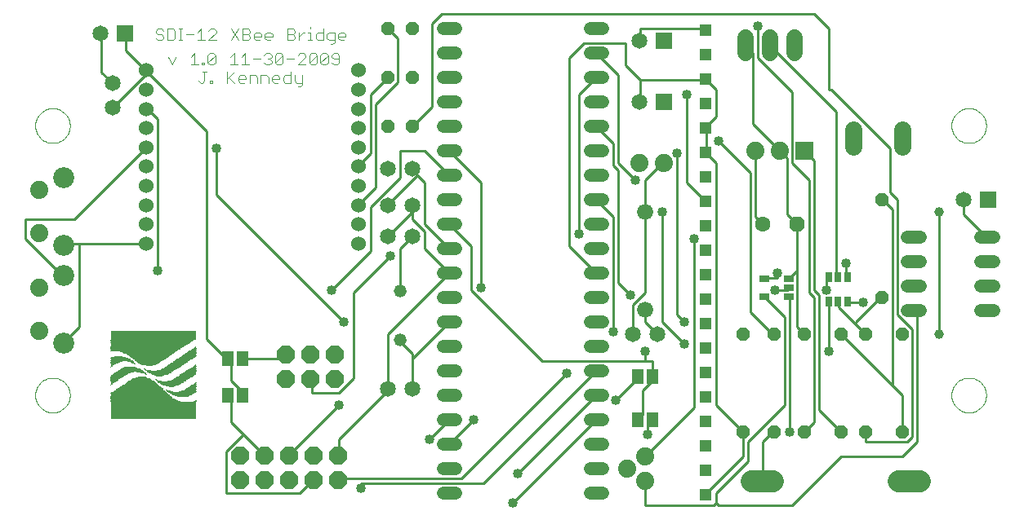
<source format=gtl>
G75*
G70*
%OFA0B0*%
%FSLAX24Y24*%
%IPPOS*%
%LPD*%
%AMOC8*
5,1,8,0,0,1.08239X$1,22.5*
%
%ADD10R,0.3496X0.0024*%
%ADD11R,0.2882X0.0024*%
%ADD12R,0.0213X0.0024*%
%ADD13R,0.2835X0.0024*%
%ADD14R,0.0118X0.0024*%
%ADD15R,0.2764X0.0024*%
%ADD16R,0.0047X0.0024*%
%ADD17R,0.2717X0.0024*%
%ADD18R,0.2669X0.0024*%
%ADD19R,0.2622X0.0024*%
%ADD20R,0.2575X0.0024*%
%ADD21R,0.2528X0.0024*%
%ADD22R,0.2504X0.0024*%
%ADD23R,0.2480X0.0024*%
%ADD24R,0.0354X0.0024*%
%ADD25R,0.2457X0.0024*%
%ADD26R,0.0496X0.0024*%
%ADD27R,0.2433X0.0024*%
%ADD28R,0.0614X0.0024*%
%ADD29R,0.2409X0.0024*%
%ADD30R,0.0732X0.0024*%
%ADD31R,0.2362X0.0024*%
%ADD32R,0.0803X0.0024*%
%ADD33R,0.2339X0.0024*%
%ADD34R,0.0898X0.0024*%
%ADD35R,0.2315X0.0024*%
%ADD36R,0.0992X0.0024*%
%ADD37R,0.2268X0.0024*%
%ADD38R,0.1039X0.0024*%
%ADD39R,0.2197X0.0024*%
%ADD40R,0.1110X0.0024*%
%ADD41R,0.2150X0.0024*%
%ADD42R,0.0236X0.0024*%
%ADD43R,0.0709X0.0024*%
%ADD44R,0.2079X0.0024*%
%ADD45R,0.0165X0.0024*%
%ADD46R,0.2031X0.0024*%
%ADD47R,0.0142X0.0024*%
%ADD48R,0.0543X0.0024*%
%ADD49R,0.1961X0.0024*%
%ADD50R,0.0071X0.0024*%
%ADD51R,0.1913X0.0024*%
%ADD52R,0.0449X0.0024*%
%ADD53R,0.1843X0.0024*%
%ADD54R,0.0402X0.0024*%
%ADD55R,0.1795X0.0024*%
%ADD56R,0.1701X0.0024*%
%ADD57R,0.0331X0.0024*%
%ADD58R,0.1654X0.0024*%
%ADD59R,0.0283X0.0024*%
%ADD60R,0.1583X0.0024*%
%ADD61R,0.1535X0.0024*%
%ADD62R,0.0425X0.0024*%
%ADD63R,0.1465X0.0024*%
%ADD64R,0.0591X0.0024*%
%ADD65R,0.0024X0.0024*%
%ADD66R,0.1417X0.0024*%
%ADD67R,0.0685X0.0024*%
%ADD68R,0.1346X0.0024*%
%ADD69R,0.0780X0.0024*%
%ADD70R,0.0094X0.0024*%
%ADD71R,0.1299X0.0024*%
%ADD72R,0.0874X0.0024*%
%ADD73R,0.1228X0.0024*%
%ADD74R,0.0945X0.0024*%
%ADD75R,0.1181X0.0024*%
%ADD76R,0.1087X0.0024*%
%ADD77R,0.0189X0.0024*%
%ADD78R,0.0969X0.0024*%
%ADD79R,0.0638X0.0024*%
%ADD80R,0.0307X0.0024*%
%ADD81R,0.0567X0.0024*%
%ADD82R,0.0378X0.0024*%
%ADD83R,0.0472X0.0024*%
%ADD84R,0.0520X0.0024*%
%ADD85R,0.0661X0.0024*%
%ADD86R,0.0756X0.0024*%
%ADD87R,0.0850X0.0024*%
%ADD88R,0.1016X0.0024*%
%ADD89R,0.1063X0.0024*%
%ADD90R,0.0921X0.0024*%
%ADD91R,0.0260X0.0024*%
%ADD92R,0.1134X0.0024*%
%ADD93R,0.0827X0.0024*%
%ADD94R,0.1205X0.0024*%
%ADD95R,0.1252X0.0024*%
%ADD96R,0.1323X0.0024*%
%ADD97R,0.1394X0.0024*%
%ADD98R,0.1512X0.0024*%
%ADD99R,0.1724X0.0024*%
%ADD100R,0.1866X0.0024*%
%ADD101R,0.2055X0.0024*%
%ADD102R,0.2244X0.0024*%
%ADD103R,0.2787X0.0024*%
%ADD104R,0.2858X0.0024*%
%ADD105R,0.2906X0.0024*%
%ADD106R,0.2953X0.0024*%
%ADD107R,0.2976X0.0024*%
%ADD108R,0.3024X0.0024*%
%ADD109R,0.3071X0.0024*%
%ADD110R,0.3094X0.0024*%
%ADD111R,0.3142X0.0024*%
%ADD112R,0.3165X0.0024*%
%ADD113R,0.3213X0.0024*%
%ADD114R,0.3236X0.0024*%
%ADD115R,0.3283X0.0024*%
%ADD116R,0.3307X0.0024*%
%ADD117R,0.3354X0.0024*%
%ADD118R,0.3378X0.0024*%
%ADD119R,0.3425X0.0024*%
%ADD120R,0.3472X0.0024*%
%ADD121C,0.0040*%
%ADD122C,0.0600*%
%ADD123C,0.0520*%
%ADD124C,0.0660*%
%ADD125C,0.0650*%
%ADD126R,0.0650X0.0650*%
%ADD127C,0.0520*%
%ADD128OC8,0.0740*%
%ADD129OC8,0.0520*%
%ADD130C,0.0860*%
%ADD131C,0.0740*%
%ADD132R,0.0272X0.0390*%
%ADD133C,0.0660*%
%ADD134R,0.0390X0.0272*%
%ADD135OC8,0.0630*%
%ADD136C,0.0630*%
%ADD137R,0.0460X0.0630*%
%ADD138C,0.0700*%
%ADD139R,0.0515X0.0515*%
%ADD140C,0.0885*%
%ADD141C,0.0000*%
%ADD142R,0.0740X0.0740*%
%ADD143C,0.0100*%
%ADD144C,0.0400*%
%ADD145C,0.0396*%
D10*
X006069Y004550D03*
X006069Y004574D03*
X006069Y004597D03*
X006069Y004621D03*
X006069Y004644D03*
X006069Y004668D03*
X006069Y004692D03*
X006069Y004715D03*
X006069Y004739D03*
X006069Y004763D03*
X006069Y004786D03*
X006069Y004810D03*
X006069Y004833D03*
X006069Y004857D03*
X006069Y004881D03*
X006069Y004904D03*
X006069Y004928D03*
X006069Y004951D03*
X006069Y004975D03*
X006069Y004999D03*
X006069Y005022D03*
X006069Y005046D03*
X006069Y005070D03*
X006069Y005093D03*
X006069Y005117D03*
X006069Y005140D03*
X006069Y005164D03*
X006069Y005188D03*
X006069Y005211D03*
X006069Y007833D03*
X006069Y007857D03*
X006069Y007881D03*
X006069Y007904D03*
X006069Y007928D03*
X006069Y007951D03*
X006069Y007975D03*
X006069Y007999D03*
X006069Y008022D03*
X006069Y008046D03*
X006069Y008070D03*
X006069Y008093D03*
X006069Y008117D03*
X006069Y008140D03*
D11*
X005761Y005235D03*
D12*
X006813Y005873D03*
X007710Y005920D03*
X007710Y005235D03*
X005631Y006440D03*
X005135Y006676D03*
X004427Y006794D03*
X004427Y006062D03*
X007710Y006629D03*
X007710Y007361D03*
D13*
X005738Y007408D03*
X005738Y005259D03*
D14*
X005702Y006416D03*
X005254Y006841D03*
X007757Y006700D03*
X007757Y007432D03*
X007757Y005967D03*
X007757Y005259D03*
D15*
X005702Y005282D03*
X005702Y007361D03*
D16*
X005313Y006794D03*
X005714Y006581D03*
X005761Y006369D03*
X006163Y006156D03*
X007793Y006014D03*
X007793Y005282D03*
D17*
X005679Y005306D03*
X005679Y007337D03*
D18*
X005655Y005329D03*
D19*
X005631Y005353D03*
D20*
X005608Y005377D03*
D21*
X005584Y005400D03*
D22*
X005572Y005424D03*
D23*
X005561Y005448D03*
D24*
X007238Y005448D03*
X007639Y005802D03*
D25*
X005549Y005471D03*
D26*
X005561Y006227D03*
X005891Y006747D03*
X004569Y006889D03*
X007261Y005471D03*
X007569Y005731D03*
X007569Y006440D03*
X007569Y007172D03*
D27*
X005537Y005495D03*
D28*
X005572Y006203D03*
X005880Y006770D03*
X006612Y006534D03*
X007509Y005684D03*
X007250Y005495D03*
X004840Y006440D03*
X004651Y007054D03*
D29*
X005525Y005518D03*
D30*
X007238Y005518D03*
D31*
X005502Y005542D03*
D32*
X005572Y006156D03*
X005124Y006581D03*
X004722Y006983D03*
X005880Y006818D03*
X007226Y005542D03*
D33*
X005490Y005566D03*
X005844Y007314D03*
D34*
X005880Y006841D03*
X005572Y006133D03*
X007226Y005566D03*
D35*
X005478Y005589D03*
D36*
X007226Y005589D03*
D37*
X005478Y005613D03*
D38*
X005572Y006085D03*
X006777Y006038D03*
X007226Y005613D03*
D39*
X005490Y005637D03*
D40*
X005584Y006062D03*
X007238Y005637D03*
D41*
X005490Y005660D03*
X005868Y007266D03*
D42*
X005147Y006889D03*
X004439Y006818D03*
X004439Y006085D03*
X006305Y006298D03*
X006754Y005660D03*
X007698Y005873D03*
X007698Y005896D03*
X007698Y006605D03*
D43*
X007013Y006085D03*
X007462Y005660D03*
X005880Y006794D03*
X005572Y006180D03*
X004911Y006463D03*
X004675Y007030D03*
D44*
X005502Y005684D03*
D45*
X004403Y006038D03*
X004403Y006770D03*
X005206Y006865D03*
X006718Y005684D03*
X007734Y005944D03*
X007734Y006652D03*
D46*
X005502Y005707D03*
D47*
X004391Y006014D03*
X004391Y006747D03*
X006659Y005707D03*
X007746Y006676D03*
X007746Y007408D03*
D48*
X007545Y007148D03*
X007545Y006416D03*
X007545Y005707D03*
X004663Y006345D03*
X004592Y006298D03*
D49*
X005513Y005731D03*
X005891Y007219D03*
D50*
X005750Y006558D03*
X005726Y006392D03*
X006198Y006133D03*
X006600Y005731D03*
X007781Y006723D03*
X007781Y007455D03*
X005277Y006818D03*
X004356Y006700D03*
X004356Y005967D03*
D51*
X005513Y005755D03*
D52*
X004545Y006227D03*
X007592Y006487D03*
X007592Y007219D03*
X007592Y005755D03*
D53*
X005525Y005778D03*
D54*
X004521Y006203D03*
X007616Y006511D03*
X007616Y005778D03*
X007616Y007243D03*
D55*
X005903Y007172D03*
X005525Y005802D03*
D56*
X005525Y005826D03*
D57*
X004486Y006156D03*
X004651Y007101D03*
X007651Y007290D03*
X007651Y006558D03*
X007651Y005826D03*
D58*
X005525Y005849D03*
X005903Y007125D03*
D59*
X004462Y006109D03*
X007675Y005849D03*
X007675Y006581D03*
D60*
X005891Y007101D03*
X005537Y005873D03*
D61*
X005537Y005896D03*
D62*
X006305Y006322D03*
X006777Y005896D03*
D63*
X005549Y005920D03*
X005903Y007054D03*
D64*
X006671Y006558D03*
X006836Y006652D03*
X006907Y006700D03*
X006931Y006723D03*
X007285Y006959D03*
X007356Y007007D03*
X007427Y007054D03*
X007474Y007077D03*
X007521Y007101D03*
X007521Y006392D03*
X007498Y006369D03*
X007450Y006345D03*
X007427Y006322D03*
X007191Y006180D03*
X007120Y006133D03*
X006765Y005920D03*
X004781Y006416D03*
D65*
X004332Y006676D03*
X004332Y005944D03*
X007805Y006747D03*
X007805Y007479D03*
D66*
X005549Y005944D03*
D67*
X006553Y006511D03*
X006765Y005944D03*
X005112Y006605D03*
D68*
X005561Y005967D03*
D69*
X006765Y005967D03*
D70*
X006234Y006109D03*
X005785Y006534D03*
X004368Y006723D03*
X004368Y005991D03*
X007769Y005991D03*
D71*
X005561Y005991D03*
D72*
X005135Y006558D03*
X004757Y006936D03*
X006765Y005991D03*
D73*
X005572Y006014D03*
D74*
X006328Y006440D03*
X005880Y006865D03*
X006777Y006014D03*
D75*
X005572Y006038D03*
D76*
X006328Y006487D03*
X005880Y006912D03*
X006777Y006062D03*
D77*
X006305Y006085D03*
X005856Y006511D03*
X007722Y007385D03*
D78*
X005584Y006109D03*
D79*
X007072Y006109D03*
D80*
X005608Y006251D03*
X005537Y006463D03*
X004474Y006133D03*
X004474Y006841D03*
X007663Y007314D03*
D81*
X007533Y007125D03*
X007391Y007030D03*
X007320Y006983D03*
X007250Y006936D03*
X007226Y006912D03*
X007179Y006889D03*
X007155Y006865D03*
X007108Y006841D03*
X007084Y006818D03*
X007037Y006794D03*
X007013Y006770D03*
X006966Y006747D03*
X006872Y006676D03*
X006801Y006629D03*
X006754Y006605D03*
X006706Y006581D03*
X006328Y006345D03*
X007155Y006156D03*
X007226Y006203D03*
X007273Y006227D03*
X007320Y006251D03*
X007368Y006274D03*
X007391Y006298D03*
X005100Y006629D03*
X004746Y006392D03*
X004698Y006369D03*
X004628Y006322D03*
D82*
X004509Y006180D03*
X004509Y006865D03*
X007628Y006534D03*
X007628Y007266D03*
D83*
X007580Y007196D03*
X007580Y006463D03*
X005100Y006652D03*
X004651Y007077D03*
X004557Y006251D03*
D84*
X004580Y006274D03*
D85*
X006328Y006369D03*
D86*
X006328Y006392D03*
X004698Y007007D03*
D87*
X006328Y006416D03*
D88*
X006317Y006463D03*
X005868Y006889D03*
X005135Y006511D03*
D89*
X005135Y006487D03*
D90*
X005135Y006534D03*
X004781Y006912D03*
D91*
X005915Y006723D03*
X007687Y007337D03*
D92*
X005880Y006936D03*
D93*
X004734Y006959D03*
D94*
X005891Y006959D03*
D95*
X005891Y006983D03*
D96*
X005903Y007007D03*
D97*
X005891Y007030D03*
D98*
X005903Y007077D03*
D99*
X005891Y007148D03*
D100*
X005891Y007196D03*
D101*
X005868Y007243D03*
D102*
X005844Y007290D03*
D103*
X005714Y007385D03*
D104*
X005750Y007432D03*
D105*
X005773Y007455D03*
D106*
X005797Y007479D03*
D107*
X005809Y007503D03*
D108*
X005832Y007526D03*
D109*
X005856Y007550D03*
D110*
X005868Y007574D03*
D111*
X005891Y007597D03*
D112*
X005903Y007621D03*
D113*
X005927Y007644D03*
D114*
X005939Y007668D03*
D115*
X005962Y007692D03*
D116*
X005974Y007715D03*
D117*
X005998Y007739D03*
D118*
X006009Y007763D03*
D119*
X006033Y007786D03*
D120*
X006057Y007810D03*
D121*
X011988Y018151D02*
X012064Y018151D01*
X012141Y018227D01*
X012141Y018611D01*
X012141Y018304D02*
X011911Y018304D01*
X011834Y018381D01*
X011834Y018611D01*
X011681Y018611D02*
X011451Y018611D01*
X011374Y018534D01*
X011374Y018381D01*
X011451Y018304D01*
X011681Y018304D01*
X011681Y018765D01*
X011965Y019054D02*
X012272Y019361D01*
X012272Y019438D01*
X012195Y019515D01*
X012042Y019515D01*
X011965Y019438D01*
X011812Y019284D02*
X011505Y019284D01*
X011351Y019131D02*
X011275Y019054D01*
X011121Y019054D01*
X011045Y019131D01*
X011351Y019438D01*
X011351Y019131D01*
X011045Y019131D02*
X011045Y019438D01*
X011121Y019515D01*
X011275Y019515D01*
X011351Y019438D01*
X010891Y019438D02*
X010891Y019361D01*
X010814Y019284D01*
X010891Y019208D01*
X010891Y019131D01*
X010814Y019054D01*
X010661Y019054D01*
X010584Y019131D01*
X010431Y019284D02*
X010124Y019284D01*
X009970Y019054D02*
X009663Y019054D01*
X009510Y019054D02*
X009203Y019054D01*
X009357Y019054D02*
X009357Y019515D01*
X009203Y019361D01*
X009663Y019361D02*
X009817Y019515D01*
X009817Y019054D01*
X009379Y018765D02*
X009072Y018458D01*
X009149Y018534D02*
X009379Y018304D01*
X009532Y018381D02*
X009532Y018534D01*
X009609Y018611D01*
X009763Y018611D01*
X009839Y018534D01*
X009839Y018458D01*
X009532Y018458D01*
X009532Y018381D02*
X009609Y018304D01*
X009763Y018304D01*
X009993Y018304D02*
X009993Y018611D01*
X010223Y018611D01*
X010300Y018534D01*
X010300Y018304D01*
X010453Y018304D02*
X010453Y018611D01*
X010683Y018611D01*
X010760Y018534D01*
X010760Y018304D01*
X010913Y018381D02*
X010913Y018534D01*
X010990Y018611D01*
X011144Y018611D01*
X011220Y018534D01*
X011220Y018458D01*
X010913Y018458D01*
X010913Y018381D02*
X010990Y018304D01*
X011144Y018304D01*
X011965Y019054D02*
X012272Y019054D01*
X012426Y019131D02*
X012732Y019438D01*
X012732Y019131D01*
X012656Y019054D01*
X012502Y019054D01*
X012426Y019131D01*
X012426Y019438D01*
X012502Y019515D01*
X012656Y019515D01*
X012732Y019438D01*
X012886Y019438D02*
X012963Y019515D01*
X013116Y019515D01*
X013193Y019438D01*
X012886Y019131D01*
X012963Y019054D01*
X013116Y019054D01*
X013193Y019131D01*
X013193Y019438D01*
X013346Y019438D02*
X013346Y019361D01*
X013423Y019284D01*
X013653Y019284D01*
X013653Y019131D02*
X013576Y019054D01*
X013423Y019054D01*
X013346Y019131D01*
X013653Y019131D02*
X013653Y019438D01*
X013576Y019515D01*
X013423Y019515D01*
X013346Y019438D01*
X012886Y019438D02*
X012886Y019131D01*
X013307Y019901D02*
X013383Y019901D01*
X013460Y019977D01*
X013460Y020361D01*
X013230Y020361D01*
X013153Y020284D01*
X013153Y020131D01*
X013230Y020054D01*
X013460Y020054D01*
X013614Y020131D02*
X013614Y020284D01*
X013690Y020361D01*
X013844Y020361D01*
X013920Y020284D01*
X013920Y020208D01*
X013614Y020208D01*
X013614Y020131D02*
X013690Y020054D01*
X013844Y020054D01*
X013000Y020054D02*
X013000Y020515D01*
X013000Y020361D02*
X012770Y020361D01*
X012693Y020284D01*
X012693Y020131D01*
X012770Y020054D01*
X013000Y020054D01*
X012539Y020054D02*
X012386Y020054D01*
X012463Y020054D02*
X012463Y020361D01*
X012386Y020361D01*
X012232Y020361D02*
X012156Y020361D01*
X012002Y020208D01*
X012002Y020361D02*
X012002Y020054D01*
X011849Y020131D02*
X011772Y020054D01*
X011542Y020054D01*
X011542Y020515D01*
X011772Y020515D01*
X011849Y020438D01*
X011849Y020361D01*
X011772Y020284D01*
X011542Y020284D01*
X011772Y020284D02*
X011849Y020208D01*
X011849Y020131D01*
X012463Y020515D02*
X012463Y020591D01*
X010928Y020284D02*
X010928Y020208D01*
X010621Y020208D01*
X010621Y020284D02*
X010698Y020361D01*
X010851Y020361D01*
X010928Y020284D01*
X010851Y020054D02*
X010698Y020054D01*
X010621Y020131D01*
X010621Y020284D01*
X010468Y020284D02*
X010468Y020208D01*
X010161Y020208D01*
X010161Y020284D02*
X010238Y020361D01*
X010391Y020361D01*
X010468Y020284D01*
X010391Y020054D02*
X010238Y020054D01*
X010161Y020131D01*
X010161Y020284D01*
X010007Y020208D02*
X010007Y020131D01*
X009931Y020054D01*
X009701Y020054D01*
X009701Y020515D01*
X009931Y020515D01*
X010007Y020438D01*
X010007Y020361D01*
X009931Y020284D01*
X009701Y020284D01*
X009931Y020284D02*
X010007Y020208D01*
X009547Y020054D02*
X009240Y020515D01*
X009547Y020515D02*
X009240Y020054D01*
X008626Y020054D02*
X008319Y020054D01*
X008626Y020361D01*
X008626Y020438D01*
X008550Y020515D01*
X008396Y020515D01*
X008319Y020438D01*
X008013Y020515D02*
X008013Y020054D01*
X008166Y020054D02*
X007859Y020054D01*
X007706Y020284D02*
X007399Y020284D01*
X007245Y020054D02*
X007092Y020054D01*
X007169Y020054D02*
X007169Y020515D01*
X007245Y020515D02*
X007092Y020515D01*
X006938Y020438D02*
X006938Y020131D01*
X006862Y020054D01*
X006632Y020054D01*
X006632Y020515D01*
X006862Y020515D01*
X006938Y020438D01*
X006478Y020438D02*
X006401Y020515D01*
X006248Y020515D01*
X006171Y020438D01*
X006171Y020361D01*
X006248Y020284D01*
X006401Y020284D01*
X006478Y020208D01*
X006478Y020131D01*
X006401Y020054D01*
X006248Y020054D01*
X006171Y020131D01*
X006671Y019361D02*
X006825Y019054D01*
X006978Y019361D01*
X007592Y019361D02*
X007745Y019515D01*
X007745Y019054D01*
X007592Y019054D02*
X007899Y019054D01*
X008052Y019054D02*
X008129Y019054D01*
X008129Y019131D01*
X008052Y019131D01*
X008052Y019054D01*
X008282Y019131D02*
X008589Y019438D01*
X008589Y019131D01*
X008513Y019054D01*
X008359Y019054D01*
X008282Y019131D01*
X008282Y019438D01*
X008359Y019515D01*
X008513Y019515D01*
X008589Y019438D01*
X008228Y018765D02*
X008075Y018765D01*
X008151Y018765D02*
X008151Y018381D01*
X008075Y018304D01*
X007998Y018304D01*
X007921Y018381D01*
X008382Y018381D02*
X008458Y018381D01*
X008458Y018304D01*
X008382Y018304D01*
X008382Y018381D01*
X009072Y018304D02*
X009072Y018765D01*
X010584Y019438D02*
X010661Y019515D01*
X010814Y019515D01*
X010891Y019438D01*
X010814Y019284D02*
X010738Y019284D01*
X008013Y020515D02*
X007859Y020361D01*
D122*
X005770Y018818D03*
X005770Y018031D03*
X005770Y017243D03*
X005770Y016456D03*
X005770Y015669D03*
X005770Y014881D03*
X005770Y014094D03*
X005770Y013306D03*
X005770Y012519D03*
X005770Y011732D03*
X014432Y011732D03*
X014432Y012519D03*
X014432Y013306D03*
X014432Y014094D03*
X014432Y014881D03*
X014432Y015669D03*
X014432Y016456D03*
X014432Y017243D03*
X014432Y018031D03*
X014432Y018818D03*
D123*
X017891Y018534D02*
X018411Y018534D01*
X018411Y019534D02*
X017891Y019534D01*
X017891Y020534D02*
X018411Y020534D01*
X018411Y017534D02*
X017891Y017534D01*
X017891Y016534D02*
X018411Y016534D01*
X018411Y015534D02*
X017891Y015534D01*
X017891Y014534D02*
X018411Y014534D01*
X018411Y013534D02*
X017891Y013534D01*
X017891Y012534D02*
X018411Y012534D01*
X018411Y011534D02*
X017891Y011534D01*
X017891Y010534D02*
X018411Y010534D01*
X018411Y009534D02*
X017891Y009534D01*
X017891Y008534D02*
X018411Y008534D01*
X018411Y007534D02*
X017891Y007534D01*
X017891Y006534D02*
X018411Y006534D01*
X018411Y005534D02*
X017891Y005534D01*
X017891Y004534D02*
X018411Y004534D01*
X018411Y003534D02*
X017891Y003534D01*
X017891Y002534D02*
X018411Y002534D01*
X018411Y001534D02*
X017891Y001534D01*
X023891Y001534D02*
X024411Y001534D01*
X024411Y002534D02*
X023891Y002534D01*
X023891Y003534D02*
X024411Y003534D01*
X024411Y004534D02*
X023891Y004534D01*
X023891Y005534D02*
X024411Y005534D01*
X024411Y006534D02*
X023891Y006534D01*
X023891Y007534D02*
X024411Y007534D01*
X024411Y008534D02*
X023891Y008534D01*
X023891Y009534D02*
X024411Y009534D01*
X024411Y010534D02*
X023891Y010534D01*
X023891Y011534D02*
X024411Y011534D01*
X024411Y012534D02*
X023891Y012534D01*
X023891Y013534D02*
X024411Y013534D01*
X024411Y014534D02*
X023891Y014534D01*
X023891Y015534D02*
X024411Y015534D01*
X024411Y016534D02*
X023891Y016534D01*
X023891Y017534D02*
X024411Y017534D01*
X024411Y018534D02*
X023891Y018534D01*
X023891Y019534D02*
X024411Y019534D01*
X024411Y020534D02*
X023891Y020534D01*
X036851Y011994D02*
X037371Y011994D01*
X037371Y010994D02*
X036851Y010994D01*
X036851Y009994D02*
X037371Y009994D01*
X037371Y008994D02*
X036851Y008994D01*
X039851Y008994D02*
X040371Y008994D01*
X040371Y009994D02*
X039851Y009994D01*
X039851Y010994D02*
X040371Y010994D01*
X040371Y011994D02*
X039851Y011994D01*
D124*
X032233Y019511D02*
X032233Y020171D01*
X031233Y020171D02*
X031233Y019511D01*
X030233Y019511D02*
X030233Y020171D01*
D125*
X025901Y020034D03*
X025901Y017534D03*
X016651Y014784D03*
X015651Y014784D03*
X015651Y013284D03*
X016651Y013284D03*
X016651Y012034D03*
X015651Y012034D03*
X025651Y008034D03*
X026651Y008034D03*
X016651Y005784D03*
X015651Y005784D03*
X004401Y017284D03*
X004401Y018284D03*
X003901Y020334D03*
X039151Y013534D03*
D126*
X040151Y013534D03*
X026901Y017534D03*
X026901Y020034D03*
X004901Y020334D03*
D127*
X016151Y009784D03*
X016151Y007784D03*
D128*
X013481Y007194D03*
X012481Y007194D03*
X011481Y007194D03*
X011481Y006194D03*
X012481Y006194D03*
X013481Y006194D03*
X013611Y003054D03*
X012611Y003054D03*
X011611Y003054D03*
X010611Y003054D03*
X009611Y003054D03*
X009611Y002054D03*
X010611Y002054D03*
X011611Y002054D03*
X012611Y002054D03*
X013611Y002054D03*
D129*
X030151Y004034D03*
X031401Y004034D03*
X032651Y004034D03*
X034151Y004034D03*
X035151Y004034D03*
X036651Y004034D03*
X036651Y008034D03*
X035151Y008034D03*
X034151Y008034D03*
X032651Y008034D03*
X031401Y008034D03*
X030151Y008034D03*
X035811Y009534D03*
X035811Y013534D03*
X016651Y016534D03*
X015651Y016534D03*
X015651Y018534D03*
X016651Y018534D03*
X016651Y020534D03*
X015651Y020534D03*
D130*
X002393Y014412D03*
X002393Y011656D03*
X002393Y010412D03*
X002393Y007656D03*
D131*
X001409Y008148D03*
X001409Y009920D03*
X001409Y012148D03*
X001409Y013920D03*
X025401Y002534D03*
X026151Y002034D03*
X026151Y003034D03*
X025901Y015034D03*
X026901Y015034D03*
X030651Y015534D03*
X031651Y015534D03*
D132*
X033647Y010376D03*
X034021Y010376D03*
X034395Y010376D03*
X034395Y009356D03*
X034021Y009356D03*
X033647Y009356D03*
D133*
X026151Y009034D03*
X026151Y013034D03*
D134*
X030989Y010298D03*
X032009Y010298D03*
X032009Y009924D03*
X032009Y009550D03*
X030989Y009550D03*
D135*
X032351Y012534D03*
D136*
X030951Y012534D03*
D137*
X026451Y006284D03*
X025851Y006284D03*
X025851Y004534D03*
X026451Y004534D03*
X009701Y005534D03*
X009101Y005534D03*
X009101Y007034D03*
X009701Y007034D03*
D138*
X034651Y015684D02*
X034651Y016384D01*
X036651Y016384D02*
X036651Y015684D01*
D139*
X028611Y015474D03*
X028611Y014474D03*
X028611Y013474D03*
X028611Y012474D03*
X028611Y011474D03*
X028611Y010474D03*
X028611Y009474D03*
X028611Y008474D03*
X028611Y007474D03*
X028611Y006474D03*
X028611Y005474D03*
X028611Y004474D03*
X028611Y003474D03*
X028611Y002474D03*
X028611Y001474D03*
X028611Y016474D03*
X028611Y017474D03*
X028611Y018474D03*
X028611Y019474D03*
X028611Y020474D03*
D140*
X030459Y002034D02*
X031344Y002034D01*
X036459Y002034D02*
X037344Y002034D01*
D141*
X038642Y005534D02*
X038644Y005587D01*
X038650Y005640D01*
X038660Y005692D01*
X038673Y005743D01*
X038691Y005793D01*
X038712Y005842D01*
X038737Y005889D01*
X038765Y005933D01*
X038797Y005976D01*
X038831Y006016D01*
X038869Y006054D01*
X038909Y006088D01*
X038952Y006120D01*
X038997Y006148D01*
X039043Y006173D01*
X039092Y006194D01*
X039142Y006212D01*
X039193Y006225D01*
X039245Y006235D01*
X039298Y006241D01*
X039351Y006243D01*
X039404Y006241D01*
X039457Y006235D01*
X039509Y006225D01*
X039560Y006212D01*
X039610Y006194D01*
X039659Y006173D01*
X039706Y006148D01*
X039750Y006120D01*
X039793Y006088D01*
X039833Y006054D01*
X039871Y006016D01*
X039905Y005976D01*
X039937Y005933D01*
X039965Y005888D01*
X039990Y005842D01*
X040011Y005793D01*
X040029Y005743D01*
X040042Y005692D01*
X040052Y005640D01*
X040058Y005587D01*
X040060Y005534D01*
X040058Y005481D01*
X040052Y005428D01*
X040042Y005376D01*
X040029Y005325D01*
X040011Y005275D01*
X039990Y005226D01*
X039965Y005179D01*
X039937Y005135D01*
X039905Y005092D01*
X039871Y005052D01*
X039833Y005014D01*
X039793Y004980D01*
X039750Y004948D01*
X039705Y004920D01*
X039659Y004895D01*
X039610Y004874D01*
X039560Y004856D01*
X039509Y004843D01*
X039457Y004833D01*
X039404Y004827D01*
X039351Y004825D01*
X039298Y004827D01*
X039245Y004833D01*
X039193Y004843D01*
X039142Y004856D01*
X039092Y004874D01*
X039043Y004895D01*
X038996Y004920D01*
X038952Y004948D01*
X038909Y004980D01*
X038869Y005014D01*
X038831Y005052D01*
X038797Y005092D01*
X038765Y005135D01*
X038737Y005180D01*
X038712Y005226D01*
X038691Y005275D01*
X038673Y005325D01*
X038660Y005376D01*
X038650Y005428D01*
X038644Y005481D01*
X038642Y005534D01*
X038642Y016554D02*
X038644Y016607D01*
X038650Y016660D01*
X038660Y016712D01*
X038673Y016763D01*
X038691Y016813D01*
X038712Y016862D01*
X038737Y016909D01*
X038765Y016953D01*
X038797Y016996D01*
X038831Y017036D01*
X038869Y017074D01*
X038909Y017108D01*
X038952Y017140D01*
X038997Y017168D01*
X039043Y017193D01*
X039092Y017214D01*
X039142Y017232D01*
X039193Y017245D01*
X039245Y017255D01*
X039298Y017261D01*
X039351Y017263D01*
X039404Y017261D01*
X039457Y017255D01*
X039509Y017245D01*
X039560Y017232D01*
X039610Y017214D01*
X039659Y017193D01*
X039706Y017168D01*
X039750Y017140D01*
X039793Y017108D01*
X039833Y017074D01*
X039871Y017036D01*
X039905Y016996D01*
X039937Y016953D01*
X039965Y016908D01*
X039990Y016862D01*
X040011Y016813D01*
X040029Y016763D01*
X040042Y016712D01*
X040052Y016660D01*
X040058Y016607D01*
X040060Y016554D01*
X040058Y016501D01*
X040052Y016448D01*
X040042Y016396D01*
X040029Y016345D01*
X040011Y016295D01*
X039990Y016246D01*
X039965Y016199D01*
X039937Y016155D01*
X039905Y016112D01*
X039871Y016072D01*
X039833Y016034D01*
X039793Y016000D01*
X039750Y015968D01*
X039705Y015940D01*
X039659Y015915D01*
X039610Y015894D01*
X039560Y015876D01*
X039509Y015863D01*
X039457Y015853D01*
X039404Y015847D01*
X039351Y015845D01*
X039298Y015847D01*
X039245Y015853D01*
X039193Y015863D01*
X039142Y015876D01*
X039092Y015894D01*
X039043Y015915D01*
X038996Y015940D01*
X038952Y015968D01*
X038909Y016000D01*
X038869Y016034D01*
X038831Y016072D01*
X038797Y016112D01*
X038765Y016155D01*
X038737Y016200D01*
X038712Y016246D01*
X038691Y016295D01*
X038673Y016345D01*
X038660Y016396D01*
X038650Y016448D01*
X038644Y016501D01*
X038642Y016554D01*
X001242Y016554D02*
X001244Y016607D01*
X001250Y016660D01*
X001260Y016712D01*
X001273Y016763D01*
X001291Y016813D01*
X001312Y016862D01*
X001337Y016909D01*
X001365Y016953D01*
X001397Y016996D01*
X001431Y017036D01*
X001469Y017074D01*
X001509Y017108D01*
X001552Y017140D01*
X001597Y017168D01*
X001643Y017193D01*
X001692Y017214D01*
X001742Y017232D01*
X001793Y017245D01*
X001845Y017255D01*
X001898Y017261D01*
X001951Y017263D01*
X002004Y017261D01*
X002057Y017255D01*
X002109Y017245D01*
X002160Y017232D01*
X002210Y017214D01*
X002259Y017193D01*
X002306Y017168D01*
X002350Y017140D01*
X002393Y017108D01*
X002433Y017074D01*
X002471Y017036D01*
X002505Y016996D01*
X002537Y016953D01*
X002565Y016908D01*
X002590Y016862D01*
X002611Y016813D01*
X002629Y016763D01*
X002642Y016712D01*
X002652Y016660D01*
X002658Y016607D01*
X002660Y016554D01*
X002658Y016501D01*
X002652Y016448D01*
X002642Y016396D01*
X002629Y016345D01*
X002611Y016295D01*
X002590Y016246D01*
X002565Y016199D01*
X002537Y016155D01*
X002505Y016112D01*
X002471Y016072D01*
X002433Y016034D01*
X002393Y016000D01*
X002350Y015968D01*
X002305Y015940D01*
X002259Y015915D01*
X002210Y015894D01*
X002160Y015876D01*
X002109Y015863D01*
X002057Y015853D01*
X002004Y015847D01*
X001951Y015845D01*
X001898Y015847D01*
X001845Y015853D01*
X001793Y015863D01*
X001742Y015876D01*
X001692Y015894D01*
X001643Y015915D01*
X001596Y015940D01*
X001552Y015968D01*
X001509Y016000D01*
X001469Y016034D01*
X001431Y016072D01*
X001397Y016112D01*
X001365Y016155D01*
X001337Y016200D01*
X001312Y016246D01*
X001291Y016295D01*
X001273Y016345D01*
X001260Y016396D01*
X001250Y016448D01*
X001244Y016501D01*
X001242Y016554D01*
X001242Y005534D02*
X001244Y005587D01*
X001250Y005640D01*
X001260Y005692D01*
X001273Y005743D01*
X001291Y005793D01*
X001312Y005842D01*
X001337Y005889D01*
X001365Y005933D01*
X001397Y005976D01*
X001431Y006016D01*
X001469Y006054D01*
X001509Y006088D01*
X001552Y006120D01*
X001597Y006148D01*
X001643Y006173D01*
X001692Y006194D01*
X001742Y006212D01*
X001793Y006225D01*
X001845Y006235D01*
X001898Y006241D01*
X001951Y006243D01*
X002004Y006241D01*
X002057Y006235D01*
X002109Y006225D01*
X002160Y006212D01*
X002210Y006194D01*
X002259Y006173D01*
X002306Y006148D01*
X002350Y006120D01*
X002393Y006088D01*
X002433Y006054D01*
X002471Y006016D01*
X002505Y005976D01*
X002537Y005933D01*
X002565Y005888D01*
X002590Y005842D01*
X002611Y005793D01*
X002629Y005743D01*
X002642Y005692D01*
X002652Y005640D01*
X002658Y005587D01*
X002660Y005534D01*
X002658Y005481D01*
X002652Y005428D01*
X002642Y005376D01*
X002629Y005325D01*
X002611Y005275D01*
X002590Y005226D01*
X002565Y005179D01*
X002537Y005135D01*
X002505Y005092D01*
X002471Y005052D01*
X002433Y005014D01*
X002393Y004980D01*
X002350Y004948D01*
X002305Y004920D01*
X002259Y004895D01*
X002210Y004874D01*
X002160Y004856D01*
X002109Y004843D01*
X002057Y004833D01*
X002004Y004827D01*
X001951Y004825D01*
X001898Y004827D01*
X001845Y004833D01*
X001793Y004843D01*
X001742Y004856D01*
X001692Y004874D01*
X001643Y004895D01*
X001596Y004920D01*
X001552Y004948D01*
X001509Y004980D01*
X001469Y005014D01*
X001431Y005052D01*
X001397Y005092D01*
X001365Y005135D01*
X001337Y005180D01*
X001312Y005226D01*
X001291Y005275D01*
X001273Y005325D01*
X001260Y005376D01*
X001250Y005428D01*
X001244Y005481D01*
X001242Y005534D01*
D142*
X032651Y015534D03*
D143*
X033051Y015134D01*
X033051Y009834D01*
X033251Y009634D01*
X033251Y004934D01*
X034151Y004034D01*
X033051Y004434D02*
X033051Y009534D01*
X032851Y009734D01*
X032851Y014334D01*
X032151Y015034D01*
X032151Y017934D01*
X030751Y019334D01*
X030751Y020634D01*
X031233Y019841D02*
X031251Y019834D01*
X033951Y017134D01*
X033951Y010434D01*
X034021Y010376D01*
X034351Y010434D02*
X034395Y010376D01*
X034351Y010434D02*
X034351Y010934D01*
X033647Y010376D02*
X033551Y010334D01*
X033551Y009834D01*
X033647Y009356D02*
X033651Y009334D01*
X033651Y007334D01*
X034151Y008034D02*
X036251Y005934D01*
X036251Y013134D01*
X035851Y013534D01*
X035811Y013534D01*
X036151Y013834D02*
X036451Y013534D01*
X036451Y008834D01*
X037051Y008234D01*
X037051Y003834D01*
X036851Y003634D01*
X035151Y003634D01*
X035151Y004034D01*
X036651Y004034D02*
X036651Y005534D01*
X036251Y005934D01*
X033051Y004434D02*
X032651Y004034D01*
X032051Y004034D02*
X032051Y009534D01*
X032009Y009550D01*
X031951Y009834D02*
X031451Y009834D01*
X031051Y009534D02*
X030989Y009550D01*
X031051Y009534D02*
X031851Y008734D01*
X031851Y005134D01*
X030351Y003634D01*
X030351Y002834D01*
X029051Y001534D01*
X029051Y001134D01*
X029151Y001034D01*
X032151Y001034D01*
X034151Y003034D01*
X036651Y003034D01*
X037251Y003634D01*
X037251Y008834D01*
X037151Y008934D01*
X037111Y008994D01*
X035811Y009534D02*
X035751Y009534D01*
X034751Y008534D01*
X034751Y008434D01*
X034051Y009134D01*
X034051Y009334D01*
X034021Y009356D01*
X034395Y009356D02*
X034451Y009334D01*
X035051Y009334D01*
X034751Y008434D02*
X035151Y008034D01*
X032651Y008034D02*
X032351Y008334D01*
X032351Y010634D01*
X032351Y012534D01*
X031951Y012934D01*
X031951Y015234D01*
X031651Y015534D01*
X030551Y016634D01*
X030551Y019534D01*
X030251Y019834D01*
X030233Y019841D01*
X028611Y020474D02*
X028551Y020534D01*
X025951Y020534D01*
X025951Y020034D01*
X025901Y020034D01*
X025351Y019934D02*
X025351Y019034D01*
X025951Y018434D01*
X025951Y017534D01*
X025901Y017534D01*
X025951Y018434D02*
X028551Y018434D01*
X028611Y018474D01*
X029051Y018034D01*
X029051Y016934D01*
X028651Y016534D01*
X028611Y016474D01*
X028651Y016434D01*
X028651Y015534D01*
X028611Y015474D01*
X029051Y015034D01*
X029051Y005134D01*
X030151Y004034D01*
X030151Y003034D01*
X028651Y001534D01*
X028611Y001474D01*
X028951Y001034D02*
X029051Y001134D01*
X028951Y001034D02*
X026151Y001034D01*
X026151Y002034D01*
X026151Y003034D02*
X028151Y005034D01*
X028151Y011934D01*
X026851Y013034D02*
X026851Y008534D01*
X027751Y007634D01*
X026651Y008034D02*
X026151Y008534D01*
X026151Y009034D01*
X025651Y009234D02*
X026151Y009734D01*
X026151Y013034D01*
X026151Y014334D01*
X026851Y015034D01*
X026901Y015034D01*
X027451Y015434D02*
X027451Y008834D01*
X027751Y008534D01*
X026151Y007334D02*
X026151Y006934D01*
X021951Y006934D01*
X019051Y009834D01*
X019051Y011634D01*
X018151Y012534D01*
X017151Y012534D02*
X017151Y014234D01*
X016851Y014534D01*
X016651Y014784D01*
X016651Y014734D01*
X016851Y014534D01*
X015651Y013334D01*
X015651Y013284D01*
X014951Y013234D02*
X014951Y011434D01*
X013351Y009834D01*
X014251Y009734D02*
X014251Y006234D01*
X013651Y005634D01*
X012551Y005634D01*
X012551Y006134D01*
X012481Y006194D01*
X011451Y007034D02*
X009701Y007034D01*
X009251Y006934D02*
X009251Y006134D01*
X009651Y005734D01*
X009651Y005534D01*
X009701Y005534D01*
X009251Y005434D02*
X009251Y004434D01*
X009751Y003934D01*
X009051Y003234D01*
X009051Y001534D01*
X012051Y001534D01*
X012551Y002034D01*
X012611Y002054D01*
X013611Y002054D02*
X013651Y002134D01*
X018651Y002134D01*
X022951Y006434D01*
X024151Y006534D02*
X019551Y001934D01*
X014551Y001934D01*
X014551Y001734D01*
X013611Y003054D02*
X013651Y003134D01*
X013651Y003734D01*
X015651Y005734D01*
X015651Y005784D01*
X015651Y008034D01*
X018151Y010534D01*
X017151Y011534D01*
X017151Y012234D01*
X016651Y012734D01*
X016651Y013034D01*
X016651Y013284D01*
X016651Y013034D02*
X015651Y012034D01*
X016151Y011534D02*
X016151Y009784D01*
X015751Y011234D02*
X014251Y009734D01*
X013851Y008534D02*
X008651Y013734D01*
X008651Y015634D01*
X008251Y016334D02*
X005851Y018734D01*
X005770Y018818D01*
X005751Y018734D01*
X005751Y018634D01*
X004401Y017284D01*
X005770Y017243D02*
X005851Y017234D01*
X006251Y016834D01*
X006251Y010634D01*
X005770Y011732D02*
X005751Y011734D01*
X003051Y011734D01*
X003051Y008334D01*
X002451Y007734D01*
X002393Y007656D01*
X002393Y010412D02*
X002351Y010434D01*
X000851Y011934D01*
X000851Y012734D01*
X002851Y012734D01*
X005751Y015634D01*
X005770Y015669D01*
X008251Y016334D02*
X008251Y007834D01*
X009051Y007034D01*
X009101Y007034D01*
X009151Y007034D01*
X009251Y006934D01*
X011451Y007034D02*
X011451Y007134D01*
X011481Y007194D01*
X009251Y005434D02*
X009151Y005534D01*
X009101Y005534D01*
X009751Y003934D02*
X010551Y003134D01*
X010611Y003054D01*
X011611Y003054D02*
X011651Y003134D01*
X013651Y005134D01*
X016651Y005784D02*
X016651Y007034D01*
X018151Y008534D01*
X016651Y007234D02*
X016151Y007734D01*
X016151Y007784D01*
X016651Y007234D02*
X016651Y007034D01*
X018151Y004534D02*
X017351Y003734D01*
X018151Y003534D02*
X019151Y004534D01*
X020951Y002334D02*
X024151Y005534D01*
X024951Y005334D02*
X025851Y006234D01*
X026051Y005734D02*
X026451Y006134D01*
X026451Y006284D01*
X026451Y006934D01*
X026151Y006934D01*
X026051Y005734D02*
X026051Y004734D01*
X025851Y004534D01*
X026251Y004334D02*
X026251Y003934D01*
X026251Y004334D02*
X026451Y004534D01*
X024151Y004534D02*
X020751Y001134D01*
X030901Y002034D02*
X030951Y002034D01*
X030951Y003634D01*
X031351Y004034D01*
X031401Y004034D01*
X031351Y008034D02*
X031401Y008034D01*
X031351Y008034D02*
X030451Y008934D01*
X030451Y014634D01*
X029151Y015934D01*
X030651Y015534D02*
X030651Y012834D01*
X030951Y012534D01*
X028611Y013474D02*
X027851Y014234D01*
X027851Y017834D01*
X025051Y018634D02*
X024151Y019534D01*
X023651Y019934D02*
X025351Y019934D01*
X023651Y019934D02*
X023051Y019334D01*
X023051Y011634D01*
X024151Y010534D01*
X025051Y010134D02*
X025051Y014734D01*
X024851Y014934D01*
X024851Y015834D01*
X024151Y016534D01*
X023451Y017834D02*
X024151Y018534D01*
X025051Y018634D02*
X025051Y015034D01*
X025751Y014334D01*
X024851Y012834D02*
X024151Y013534D01*
X024851Y012834D02*
X024851Y008134D01*
X025651Y008034D02*
X025651Y009234D01*
X025551Y009634D02*
X025051Y010134D01*
X023451Y012134D02*
X023451Y017834D01*
X019451Y014234D02*
X018151Y015534D01*
X017151Y015534D02*
X016151Y015534D01*
X016151Y014434D01*
X014951Y013234D01*
X014451Y013334D02*
X014432Y013306D01*
X014451Y013334D02*
X015151Y014034D01*
X015151Y017434D01*
X016051Y018334D01*
X016051Y020134D01*
X015651Y020534D01*
X017451Y020734D02*
X017851Y021134D01*
X033051Y021134D01*
X033651Y020534D01*
X033651Y018034D01*
X033751Y018034D01*
X036151Y015634D01*
X036151Y013834D01*
X038151Y013034D02*
X038151Y008034D01*
X032351Y010634D02*
X032051Y010334D01*
X032009Y010298D01*
X031551Y010334D02*
X031551Y010534D01*
X031551Y010334D02*
X031051Y010334D01*
X030989Y010298D01*
X031951Y009834D02*
X032009Y009924D01*
X039151Y012934D02*
X039151Y013534D01*
X039151Y012934D02*
X040051Y012034D01*
X040111Y011994D01*
X019451Y009934D02*
X019451Y014234D01*
X018151Y014534D02*
X017151Y015534D01*
X016651Y016534D02*
X017451Y017334D01*
X017451Y020734D01*
X015651Y018534D02*
X014951Y017834D01*
X014951Y015434D01*
X014451Y014934D01*
X014432Y014881D01*
X017151Y012534D02*
X018151Y011534D01*
X016651Y012034D02*
X016151Y011534D01*
X004401Y018284D02*
X003951Y018734D01*
X003951Y020334D01*
X003901Y020334D01*
X004901Y020334D02*
X004951Y020334D01*
X004951Y019634D01*
X005751Y018834D01*
X005770Y018818D01*
X003051Y011734D02*
X002451Y011734D01*
X002393Y011656D01*
D144*
X006251Y010634D03*
X013351Y009834D03*
X013851Y008534D03*
X015751Y011234D03*
X019451Y009934D03*
X023451Y012134D03*
X026851Y013034D03*
X028151Y011934D03*
X031551Y010534D03*
X031451Y009834D03*
X033551Y009834D03*
X035051Y009334D03*
X034351Y010934D03*
X033651Y007334D03*
X027751Y007634D03*
X027751Y008534D03*
X026151Y007334D03*
X024851Y008134D03*
X025551Y009634D03*
X022951Y006434D03*
X024951Y005334D03*
X026251Y003934D03*
X020951Y002334D03*
X020751Y001134D03*
X017351Y003734D03*
X019151Y004534D03*
X014551Y001734D03*
X013651Y005134D03*
X025751Y014334D03*
X027451Y015434D03*
X029151Y015934D03*
X027851Y017834D03*
X030751Y020634D03*
X008651Y015634D03*
X032051Y004034D03*
D145*
X038151Y008034D03*
X038151Y013034D03*
M02*

</source>
